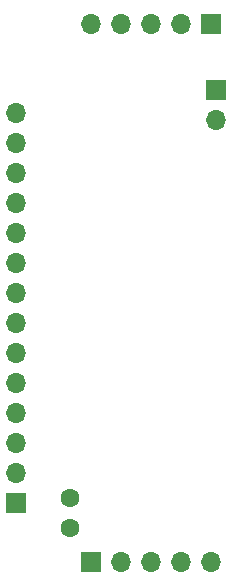
<source format=gbs>
%TF.GenerationSoftware,KiCad,Pcbnew,(5.1.6-0-10_14)*%
%TF.CreationDate,2020-09-14T13:46:36+09:00*%
%TF.ProjectId,qPCR-photosensing,71504352-2d70-4686-9f74-6f73656e7369,rev?*%
%TF.SameCoordinates,Original*%
%TF.FileFunction,Soldermask,Bot*%
%TF.FilePolarity,Negative*%
%FSLAX46Y46*%
G04 Gerber Fmt 4.6, Leading zero omitted, Abs format (unit mm)*
G04 Created by KiCad (PCBNEW (5.1.6-0-10_14)) date 2020-09-14 13:46:36*
%MOMM*%
%LPD*%
G01*
G04 APERTURE LIST*
%ADD10O,1.700000X1.700000*%
%ADD11R,1.700000X1.700000*%
%ADD12C,1.600000*%
G04 APERTURE END LIST*
D10*
%TO.C,J3*%
X103298000Y-110000000D03*
X100758000Y-110000000D03*
X98218000Y-110000000D03*
X95678000Y-110000000D03*
D11*
X93138000Y-110000000D03*
%TD*%
%TO.C,J4*%
X103298000Y-64440000D03*
D10*
X100758000Y-64440000D03*
X98218000Y-64440000D03*
X95678000Y-64440000D03*
X93138000Y-64440000D03*
%TD*%
D12*
%TO.C,C10*%
X91313000Y-107123000D03*
X91313000Y-104623000D03*
%TD*%
D10*
%TO.C,J1*%
X86730000Y-71980000D03*
X86730000Y-74520000D03*
X86730000Y-77060000D03*
X86730000Y-79600000D03*
X86730000Y-82140000D03*
X86730000Y-84680000D03*
X86730000Y-87220000D03*
X86730000Y-89760000D03*
X86730000Y-92300000D03*
X86730000Y-94840000D03*
X86730000Y-97380000D03*
X86730000Y-99920000D03*
X86730000Y-102460000D03*
D11*
X86730000Y-105000000D03*
%TD*%
D10*
%TO.C,J2*%
X103721000Y-72540000D03*
D11*
X103721000Y-70000000D03*
%TD*%
M02*

</source>
